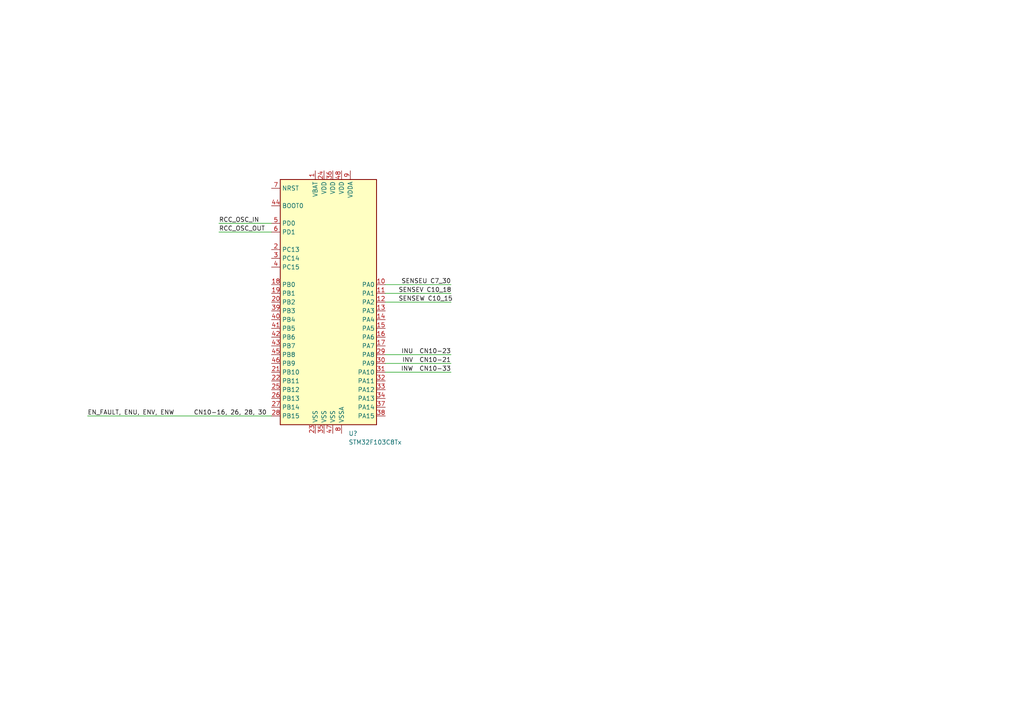
<source format=kicad_sch>
(kicad_sch (version 20211123) (generator eeschema)
  (paper "A4")
  (lib_symbols
    (symbol "MCU_ST_STM32F1:STM32F103C8Tx"
      (property "Reference" "U" (at -15.24 36.83 0))
      (property "Value" "STM32F103C8Tx" (at 7.62 36.83 0))
      (symbol "STM32F103C8Tx_0_1"
        (rectangle (start -15.24 -35.56) (end 12.7 35.56) (stroke (width 0.254)) (fill (type background)))
      )
      (symbol "STM32F103C8Tx_1_1"
        (pin power_in line (at -5.08 38.1 270) (length 2.54) (name "VBAT") (number "1"))
        (pin bidirectional line (at 15.24 5.08 180) (length 2.54) (name "PA0") (number "10"))
        (pin bidirectional line (at 15.24 2.54 180) (length 2.54) (name "PA1") (number "11"))
        (pin bidirectional line (at 15.24 0 180) (length 2.54) (name "PA2") (number "12"))
        (pin bidirectional line (at 15.24 -2.54 180) (length 2.54) (name "PA3") (number "13"))
        (pin bidirectional line (at 15.24 -5.08 180) (length 2.54) (name "PA4") (number "14"))
        (pin bidirectional line (at 15.24 -7.62 180) (length 2.54) (name "PA5") (number "15"))
        (pin bidirectional line (at 15.24 -10.16 180) (length 2.54) (name "PA6") (number "16"))
        (pin bidirectional line (at 15.24 -12.7 180) (length 2.54) (name "PA7") (number "17"))
        (pin bidirectional line (at -17.78 5.08 0) (length 2.54) (name "PB0") (number "18"))
        (pin bidirectional line (at -17.78 2.54 0) (length 2.54) (name "PB1") (number "19"))
        (pin bidirectional line (at -17.78 15.24 0) (length 2.54) (name "PC13") (number "2"))
        (pin bidirectional line (at -17.78 0 0) (length 2.54) (name "PB2") (number "20"))
        (pin bidirectional line (at -17.78 -20.32 0) (length 2.54) (name "PB10") (number "21"))
        (pin bidirectional line (at -17.78 -22.86 0) (length 2.54) (name "PB11") (number "22"))
        (pin power_in line (at -5.08 -38.1 90) (length 2.54) (name "VSS") (number "23"))
        (pin power_in line (at -2.54 38.1 270) (length 2.54) (name "VDD") (number "24"))
        (pin bidirectional line (at -17.78 -25.4 0) (length 2.54) (name "PB12") (number "25"))
        (pin bidirectional line (at -17.78 -27.94 0) (length 2.54) (name "PB13") (number "26"))
        (pin bidirectional line (at -17.78 -30.48 0) (length 2.54) (name "PB14") (number "27"))
        (pin bidirectional line (at -17.78 -33.02 0) (length 2.54) (name "PB15") (number "28"))
        (pin bidirectional line (at 15.24 -15.24 180) (length 2.54) (name "PA8") (number "29"))
        (pin bidirectional line (at -17.78 12.7 0) (length 2.54) (name "PC14") (number "3"))
        (pin bidirectional line (at 15.24 -17.78 180) (length 2.54) (name "PA9") (number "30"))
        (pin bidirectional line (at 15.24 -20.32 180) (length 2.54) (name "PA10") (number "31"))
        (pin bidirectional line (at 15.24 -22.86 180) (length 2.54) (name "PA11") (number "32"))
        (pin bidirectional line (at 15.24 -25.4 180) (length 2.54) (name "PA12") (number "33"))
        (pin bidirectional line (at 15.24 -27.94 180) (length 2.54) (name "PA13") (number "34"))
        (pin power_in line (at -2.54 -38.1 90) (length 2.54) (name "VSS") (number "35"))
        (pin power_in line (at 0 38.1 270) (length 2.54) (name "VDD") (number "36"))
        (pin bidirectional line (at 15.24 -30.48 180) (length 2.54) (name "PA14") (number "37"))
        (pin bidirectional line (at 15.24 -33.02 180) (length 2.54) (name "PA15") (number "38"))
        (pin bidirectional line (at -17.78 -2.54 0) (length 2.54) (name "PB3") (number "39"))
        (pin bidirectional line (at -17.78 10.16 0) (length 2.54) (name "PC15") (number "4"))
        (pin bidirectional line (at -17.78 -5.08 0) (length 2.54) (name "PB4") (number "40"))
        (pin bidirectional line (at -17.78 -7.62 0) (length 2.54) (name "PB5") (number "41"))
        (pin bidirectional line (at -17.78 -10.16 0) (length 2.54) (name "PB6") (number "42"))
        (pin bidirectional line (at -17.78 -12.7 0) (length 2.54) (name "PB7") (number "43"))
        (pin input line (at -17.78 27.94 0) (length 2.54) (name "BOOT0") (number "44"))
        (pin bidirectional line (at -17.78 -15.24 0) (length 2.54) (name "PB8") (number "45"))
        (pin bidirectional line (at -17.78 -17.78 0) (length 2.54) (name "PB9") (number "46"))
        (pin power_in line (at 0 -38.1 90) (length 2.54) (name "VSS") (number "47"))
        (pin power_in line (at 2.54 38.1 270) (length 2.54) (name "VDD") (number "48"))
        (pin input line (at -17.78 22.86 0) (length 2.54) (name "PD0") (number "5"))
        (pin input line (at -17.78 20.32 0) (length 2.54) (name "PD1") (number "6"))
        (pin input line (at -17.78 33.02 0) (length 2.54) (name "NRST") (number "7"))
        (pin power_in line (at 2.54 -38.1 90) (length 2.54) (name "VSSA") (number "8"))
        (pin power_in line (at 5.08 38.1 270) (length 2.54) (name "VDDA") (number "9"))
      )
    )
  )
  (wire (pts (xy 63.5 67.31) (xy 78.74 67.31)))
  (wire (pts (xy 111.76 85.09) (xy 130.81 85.09)))
  (wire (pts (xy 130.81 105.41) (xy 111.76 105.41)))
  (wire (pts (xy 63.5 64.77) (xy 78.74 64.77)))
  (wire (pts (xy 25.4 120.65) (xy 78.74 120.65)))
  (wire (pts (xy 111.76 87.63) (xy 130.81 87.63)))
  (wire (pts (xy 130.81 107.95) (xy 111.76 107.95)))
  (wire (pts (xy 130.81 102.87) (xy 111.76 102.87)))
  (wire (pts (xy 111.76 82.55) (xy 130.81 82.55)))
  (label "SENSEV C10_18" (at 115.57 85.09 0))
  (label "INV  CN10-21" (at 130.81 105.41 180))
  (label "SENSEW C10_15" (at 115.57 87.63 0))
  (label "SENSEU C7_30" (at 130.81 82.55 180))
  (label "RCC_OSC_IN" (at 63.5 64.77 0))
  (label "INW  CN10-33" (at 130.81 107.95 180))
  (label "RCC_OSC_OUT" (at 63.5 67.31 0))
  (label "EN_FAULT, ENU, ENV, ENW      CN10-16, 26, 28, 30" (at 25.4 120.65 0))
  (label "INU  CN10-23" (at 130.81 102.87 180))
  (symbol (lib_id "MCU_ST_STM32F1:STM32F103C8Tx") (at 96.52 87.63 0) (unit 1)
    (property "Reference" "U?" (at 101.0794 125.73 0) (effects (justify left)))
    (property "Value" "STM32F103C8Tx" (at 101.0794 128.27 0) (effects (justify left)))
    (property "Footprint" "Package_QFP:LQFP-48_7x7mm_P0.5mm" (effects hide))
    (property "Datasheet" "http://www.st.com/st-web-ui/static/active/en/resource/technical/document/datasheet/CD00161566.pdf" (effects hide))
  )
)
</source>
